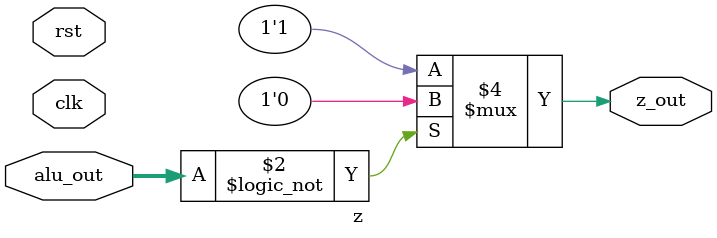
<source format=v>
module z(
	input clk,rst,
	input [7:0] alu_out,
	output reg z_out
	);
	
always @(*) begin
	if(alu_out==8'b00000000) z_out=0;
	else z_out=1;
	end
endmodule


</source>
